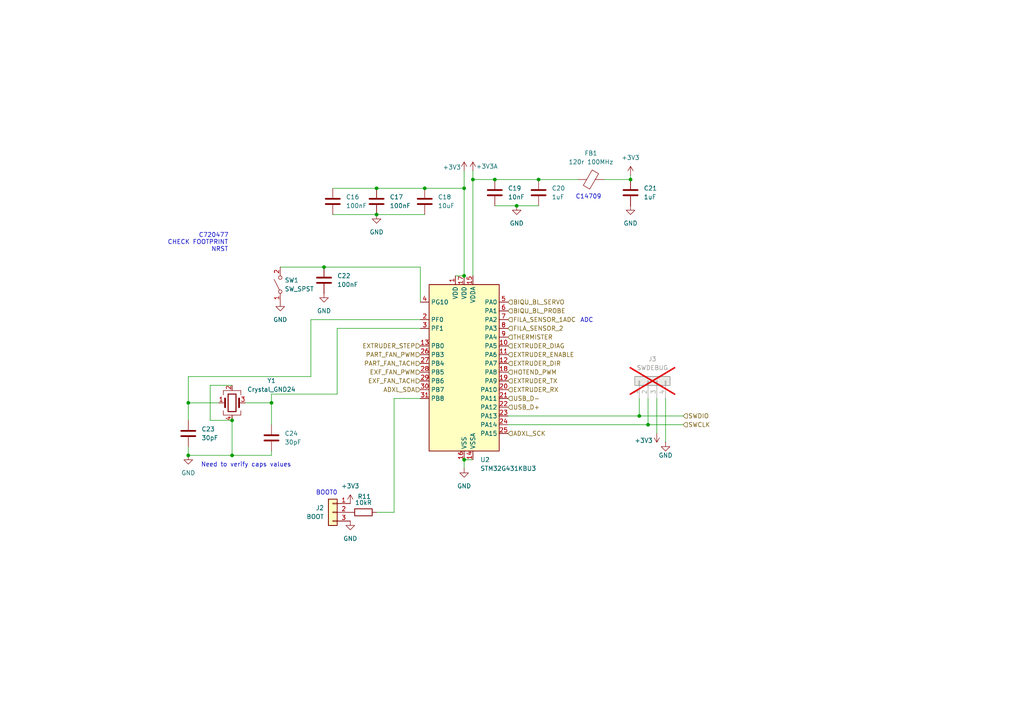
<source format=kicad_sch>
(kicad_sch (version 20250114) (generator "eeschema") (generator_version "9.0")
  (paper "A4")
  (lib_symbols
    (symbol "Connector_Generic:Conn_01x03" (pin_names (offset 1.016) (hide yes))
      (property "Reference" "J" (at 0 5.08 0))
      (property "Value" "Conn_01x03" (at 0 -5.08 0))
      (symbol "Conn_01x03_1_1"
        (rectangle (start -1.27 3.81) (end 1.27 -3.81) (stroke (width 0.254)) (fill (type background)))
        (rectangle (start -1.27 2.667) (end 0 2.413) (stroke (width 0.1524)))
        (rectangle (start -1.27 0.127) (end 0 -0.127) (stroke (width 0.1524)))
        (rectangle (start -1.27 -2.413) (end 0 -2.667) (stroke (width 0.1524)))
        (pin passive line (at -5.08 2.54 0) (length 3.81) (name "Pin_1") (number "1"))
        (pin passive line (at -5.08 0 0) (length 3.81) (name "Pin_2") (number "2"))
        (pin passive line (at -5.08 -2.54 0) (length 3.81) (name "Pin_3") (number "3"))
      )
    )
    (symbol "Connector_Generic:Conn_01x04" (pin_names (offset 1.016) (hide yes))
      (property "Reference" "J" (at 0 5.08 0))
      (property "Value" "Conn_01x04" (at 0 -7.62 0))
      (symbol "Conn_01x04_1_1"
        (rectangle (start -1.27 3.81) (end 1.27 -6.35) (stroke (width 0.254)) (fill (type background)))
        (rectangle (start -1.27 2.667) (end 0 2.413) (stroke (width 0.1524)))
        (rectangle (start -1.27 0.127) (end 0 -0.127) (stroke (width 0.1524)))
        (rectangle (start -1.27 -2.413) (end 0 -2.667) (stroke (width 0.1524)))
        (rectangle (start -1.27 -4.953) (end 0 -5.207) (stroke (width 0.1524)))
        (pin passive line (at -5.08 2.54 0) (length 3.81) (name "Pin_1") (number "1"))
        (pin passive line (at -5.08 0 0) (length 3.81) (name "Pin_2") (number "2"))
        (pin passive line (at -5.08 -2.54 0) (length 3.81) (name "Pin_3") (number "3"))
        (pin passive line (at -5.08 -5.08 0) (length 3.81) (name "Pin_4") (number "4"))
      )
    )
    (symbol "Device:C" (pin_numbers (hide yes)) (pin_names (offset 0.254))
      (property "Reference" "C" (at 0.635 2.54 0))
      (property "Value" "C" (at 0.635 -2.54 0))
      (symbol "C_0_1"
        (polyline (pts (xy -2.032 0.762) (xy 2.032 0.762)) (stroke (width 0.508)))
        (polyline (pts (xy -2.032 -0.762) (xy 2.032 -0.762)) (stroke (width 0.508)))
      )
      (symbol "C_1_1"
        (pin passive line (at 0 3.81 270) (length 2.794) (name "~") (number "1"))
        (pin passive line (at 0 -3.81 90) (length 2.794) (name "~") (number "2"))
      )
    )
    (symbol "Device:Crystal_GND24" (pin_names (offset 1.016) (hide yes))
      (property "Reference" "Y" (at 3.175 5.08 0))
      (property "Value" "Crystal_GND24" (at 3.175 3.175 0))
      (symbol "Crystal_GND24_0_1"
        (polyline (pts (xy -2.54 2.286) (xy -2.54 3.556) (xy 2.54 3.556) (xy 2.54 2.286)))
        (polyline (pts (xy -2.54 0) (xy -2.032 0)))
        (polyline (pts (xy -2.54 -2.286) (xy -2.54 -3.556) (xy 2.54 -3.556) (xy 2.54 -2.286)))
        (polyline (pts (xy -2.032 -1.27) (xy -2.032 1.27)) (stroke (width 0.508)))
        (rectangle (start -1.143 2.54) (end 1.143 -2.54) (stroke (width 0.3048)))
        (polyline (pts (xy 0 3.556) (xy 0 3.81)))
        (polyline (pts (xy 0 -3.81) (xy 0 -3.556)))
        (polyline (pts (xy 2.032 0) (xy 2.54 0)))
        (polyline (pts (xy 2.032 -1.27) (xy 2.032 1.27)) (stroke (width 0.508)))
      )
      (symbol "Crystal_GND24_1_1"
        (pin passive line (at -3.81 0 0) (length 1.27) (name "1") (number "1"))
        (pin passive line (at 0 5.08 270) (length 1.27) (name "2") (number "2"))
        (pin passive line (at 0 -5.08 90) (length 1.27) (name "4") (number "4"))
        (pin passive line (at 3.81 0 180) (length 1.27) (name "3") (number "3"))
      )
    )
    (symbol "Device:FerriteBead" (pin_numbers (hide yes)) (pin_names (offset 0))
      (property "Reference" "FB" (at -3.81 0.635 90))
      (property "Value" "FerriteBead" (at 3.81 0 90))
      (symbol "FerriteBead_0_1"
        (polyline (pts (xy -2.7686 0.4064) (xy -1.7018 2.2606) (xy 2.7686 -0.3048) (xy 1.6764 -2.159) (xy -2.7686 0.4064)))
        (polyline (pts (xy 0 1.27) (xy 0 1.2954)))
        (polyline (pts (xy 0 -1.27) (xy 0 -1.2192)))
      )
      (symbol "FerriteBead_1_1"
        (pin passive line (at 0 3.81 270) (length 2.54) (name "~") (number "1"))
        (pin passive line (at 0 -3.81 90) (length 2.54) (name "~") (number "2"))
      )
    )
    (symbol "Device:R" (pin_numbers (hide yes)) (pin_names (offset 0))
      (property "Reference" "R" (at 2.032 0 90))
      (property "Value" "R" (at 0 0 90))
      (symbol "R_0_1"
        (rectangle (start -1.016 -2.54) (end 1.016 2.54) (stroke (width 0.254)))
      )
      (symbol "R_1_1"
        (pin passive line (at 0 3.81 270) (length 1.27) (name "~") (number "1"))
        (pin passive line (at 0 -3.81 90) (length 1.27) (name "~") (number "2"))
      )
    )
    (symbol "MCU_ST_STM32G4:STM32G431KBUx"
      (property "Reference" "U" (at -10.16 26.67 0))
      (property "Value" "STM32G431KBUx" (at 5.08 26.67 0))
      (symbol "STM32G431KBUx_0_1"
        (rectangle (start -10.16 -22.86) (end 10.16 25.4) (stroke (width 0.254)) (fill (type background)))
      )
      (symbol "STM32G431KBUx_1_1"
        (pin bidirectional line (at -12.7 20.32 0) (length 2.54) (name "PG10") (number "4"))
        (pin bidirectional line (at -12.7 15.24 0) (length 2.54) (name "PF0") (number "2"))
        (pin bidirectional line (at -12.7 12.7 0) (length 2.54) (name "PF1") (number "3"))
        (pin bidirectional line (at -12.7 7.62 0) (length 2.54) (name "PB0") (number "13"))
        (pin bidirectional line (at -12.7 5.08 0) (length 2.54) (name "PB3") (number "26"))
        (pin bidirectional line (at -12.7 2.54 0) (length 2.54) (name "PB4") (number "27"))
        (pin bidirectional line (at -12.7 0 0) (length 2.54) (name "PB5") (number "28"))
        (pin bidirectional line (at -12.7 -2.54 0) (length 2.54) (name "PB6") (number "29"))
        (pin bidirectional line (at -12.7 -5.08 0) (length 2.54) (name "PB7") (number "30"))
        (pin bidirectional line (at -12.7 -7.62 0) (length 2.54) (name "PB8") (number "31"))
        (pin power_in line (at -2.54 27.94 270) (length 2.54) (name "VDD") (number "1"))
        (pin power_in line (at 0 27.94 270) (length 2.54) (name "VDD") (number "17"))
        (pin power_in line (at 0 -25.4 90) (length 2.54) (name "VSS") (number "16"))
        (pin passive line (at 0 -25.4 90) (length 2.54) (hide yes) (name "VSS") (number "32"))
        (pin passive line (at 0 -25.4 90) (length 2.54) (hide yes) (name "VSS") (number "33"))
        (pin power_in line (at 2.54 27.94 270) (length 2.54) (name "VDDA") (number "15"))
        (pin power_in line (at 2.54 -25.4 90) (length 2.54) (name "VSSA") (number "14"))
        (pin bidirectional line (at 12.7 20.32 180) (length 2.54) (name "PA0") (number "5"))
        (pin bidirectional line (at 12.7 17.78 180) (length 2.54) (name "PA1") (number "6"))
        (pin bidirectional line (at 12.7 15.24 180) (length 2.54) (name "PA2") (number "7"))
        (pin bidirectional line (at 12.7 12.7 180) (length 2.54) (name "PA3") (number "8"))
        (pin bidirectional line (at 12.7 10.16 180) (length 2.54) (name "PA4") (number "9"))
        (pin bidirectional line (at 12.7 7.62 180) (length 2.54) (name "PA5") (number "10"))
        (pin bidirectional line (at 12.7 5.08 180) (length 2.54) (name "PA6") (number "11"))
        (pin bidirectional line (at 12.7 2.54 180) (length 2.54) (name "PA7") (number "12"))
        (pin bidirectional line (at 12.7 0 180) (length 2.54) (name "PA8") (number "18"))
        (pin bidirectional line (at 12.7 -2.54 180) (length 2.54) (name "PA9") (number "19"))
        (pin bidirectional line (at 12.7 -5.08 180) (length 2.54) (name "PA10") (number "20"))
        (pin bidirectional line (at 12.7 -7.62 180) (length 2.54) (name "PA11") (number "21"))
        (pin bidirectional line (at 12.7 -10.16 180) (length 2.54) (name "PA12") (number "22"))
        (pin bidirectional line (at 12.7 -12.7 180) (length 2.54) (name "PA13") (number "23"))
        (pin bidirectional line (at 12.7 -15.24 180) (length 2.54) (name "PA14") (number "24"))
        (pin bidirectional line (at 12.7 -17.78 180) (length 2.54) (name "PA15") (number "25"))
      )
    )
    (symbol "Switch:SW_SPST" (pin_names (offset 0) (hide yes))
      (property "Reference" "SW" (at 0 3.175 0))
      (property "Value" "SW_SPST" (at 0 -2.54 0))
      (symbol "SW_SPST_0_0"
        (circle (center -2.032 0) (radius 0.508))
        (polyline (pts (xy -1.524 0.254) (xy 1.524 1.778)))
        (circle (center 2.032 0) (radius 0.508))
      )
      (symbol "SW_SPST_1_1"
        (pin passive line (at -5.08 0 0) (length 2.54) (name "A") (number "1"))
        (pin passive line (at 5.08 0 180) (length 2.54) (name "B") (number "2"))
      )
    )
    (symbol "power:+3V3" (power) (pin_numbers (hide yes)) (pin_names (offset 0) (hide yes))
      (property "Value" "+3V3" (at 0 3.556 0))
      (symbol "+3V3_0_1"
        (polyline (pts (xy -0.762 1.27) (xy 0 2.54)))
        (polyline (pts (xy 0 2.54) (xy 0.762 1.27)))
        (polyline (pts (xy 0 0) (xy 0 2.54)))
      )
      (symbol "+3V3_1_1"
        (pin power_in line (at 0 0 90) (length 0) (name "~") (number "1"))
      )
    )
    (symbol "power:GND" (power) (pin_numbers (hide yes)) (pin_names (offset 0) (hide yes))
      (property "Value" "GND" (at 0 -3.81 0))
      (symbol "GND_0_1"
        (polyline (pts (xy 0 0) (xy 0 -1.27) (xy 1.27 -1.27) (xy 0 -2.54) (xy -1.27 -1.27) (xy 0 -1.27)))
      )
      (symbol "GND_1_1"
        (pin power_in line (at 0 0 270) (length 0) (name "~") (number "1"))
      )
    )
  )
  (text "C720477" (at 61.976 68.326 0) (effects (font (size 1.27 1.27))))
  (text "C14709" (at 170.688 57.15 0) (effects (font (size 1.27 1.27))))
  (text "BOOT0" (at 94.742 143.002 0) (effects (font (size 1.27 1.27))))
  (text "NRST" (at 63.754 72.39 0) (effects (font (size 1.27 1.27))))
  (text "Need to verify caps values\n" (at 71.374 134.874 0) (effects (font (size 1.27 1.27))))
  (text "CHECK FOOTPRINT" (at 57.404 70.358 0) (effects (font (size 1.27 1.27))))
  (text "ADC" (at 170.18 92.964 0) (effects (font (size 1.27 1.27))))
  (junction (at 134.62 133.35))
  (junction (at 149.86 59.69))
  (junction (at 185.42 120.65))
  (junction (at 143.51 52.07))
  (junction (at 54.61 116.84))
  (junction (at 93.98 77.47))
  (junction (at 134.62 54.61))
  (junction (at 78.74 116.84))
  (junction (at 134.62 80.01))
  (junction (at 187.96 123.19))
  (junction (at 54.61 132.08))
  (junction (at 109.22 54.61))
  (junction (at 109.22 62.23))
  (junction (at 67.31 121.92))
  (junction (at 156.21 52.07))
  (junction (at 137.16 52.07))
  (junction (at 123.19 54.61))
  (junction (at 67.31 132.08))
  (junction (at 182.88 52.07))
  (wire (pts (xy 109.22 62.23) (xy 123.19 62.23)))
  (wire (pts (xy 134.62 54.61) (xy 134.62 80.01)))
  (wire (pts (xy 193.04 115.57) (xy 193.04 128.27)))
  (wire (pts (xy 137.16 52.07) (xy 143.51 52.07)))
  (wire (pts (xy 109.22 54.61) (xy 123.19 54.61)))
  (wire (pts (xy 185.42 115.57) (xy 185.42 120.65)))
  (wire (pts (xy 78.74 114.3) (xy 78.74 116.84)))
  (wire (pts (xy 137.16 52.07) (xy 137.16 80.01)))
  (wire (pts (xy 90.17 109.22) (xy 54.61 109.22)))
  (wire (pts (xy 114.3 115.57) (xy 114.3 148.59)))
  (wire (pts (xy 54.61 132.08) (xy 67.31 132.08)))
  (wire (pts (xy 54.61 121.92) (xy 54.61 116.84)))
  (wire (pts (xy 78.74 114.3) (xy 97.79 114.3)))
  (wire (pts (xy 143.51 52.07) (xy 156.21 52.07)))
  (wire (pts (xy 187.96 115.57) (xy 187.96 123.19)))
  (wire (pts (xy 97.79 114.3) (xy 97.79 95.25)))
  (wire (pts (xy 90.17 109.22) (xy 90.17 92.71)))
  (wire (pts (xy 54.61 109.22) (xy 54.61 116.84)))
  (wire (pts (xy 132.08 80.01) (xy 134.62 80.01)))
  (wire (pts (xy 54.61 129.54) (xy 54.61 132.08)))
  (wire (pts (xy 71.12 116.84) (xy 78.74 116.84)))
  (wire (pts (xy 134.62 133.35) (xy 134.62 135.89)))
  (wire (pts (xy 134.62 49.53) (xy 134.62 54.61)))
  (wire (pts (xy 60.96 111.76) (xy 60.96 121.92)))
  (wire (pts (xy 137.16 133.35) (xy 134.62 133.35)))
  (wire (pts (xy 149.86 59.69) (xy 156.21 59.69)))
  (wire (pts (xy 182.88 50.8) (xy 182.88 52.07)))
  (wire (pts (xy 67.31 132.08) (xy 78.74 132.08)))
  (wire (pts (xy 96.52 54.61) (xy 109.22 54.61)))
  (wire (pts (xy 78.74 123.19) (xy 78.74 116.84)))
  (wire (pts (xy 121.92 77.47) (xy 121.92 87.63)))
  (wire (pts (xy 185.42 120.65) (xy 147.32 120.65)))
  (wire (pts (xy 96.52 62.23) (xy 109.22 62.23)))
  (wire (pts (xy 54.61 116.84) (xy 63.5 116.84)))
  (wire (pts (xy 81.28 77.47) (xy 93.98 77.47)))
  (wire (pts (xy 90.17 92.71) (xy 121.92 92.71)))
  (wire (pts (xy 67.31 121.92) (xy 67.31 132.08)))
  (wire (pts (xy 198.12 123.19) (xy 187.96 123.19)))
  (wire (pts (xy 175.26 52.07) (xy 182.88 52.07)))
  (wire (pts (xy 123.19 54.61) (xy 134.62 54.61)))
  (wire (pts (xy 114.3 115.57) (xy 121.92 115.57)))
  (wire (pts (xy 78.74 132.08) (xy 78.74 130.81)))
  (wire (pts (xy 143.51 59.69) (xy 149.86 59.69)))
  (wire (pts (xy 190.5 115.57) (xy 190.5 125.73)))
  (wire (pts (xy 67.31 111.76) (xy 60.96 111.76)))
  (wire (pts (xy 137.16 49.53) (xy 137.16 52.07)))
  (wire (pts (xy 97.79 95.25) (xy 121.92 95.25)))
  (wire (pts (xy 114.3 148.59) (xy 109.22 148.59)))
  (wire (pts (xy 60.96 121.92) (xy 67.31 121.92)))
  (wire (pts (xy 187.96 123.19) (xy 147.32 123.19)))
  (wire (pts (xy 198.12 120.65) (xy 185.42 120.65)))
  (wire (pts (xy 93.98 77.47) (xy 121.92 77.47)))
  (wire (pts (xy 156.21 52.07) (xy 167.64 52.07)))
  (hierarchical_label "EXTRUDER_STEP" (shape input) (at 121.92 100.33 180))
  (hierarchical_label "ADXL_SDA" (shape input) (at 121.92 113.03 180))
  (hierarchical_label "EXF_FAN_PWM" (shape input) (at 121.92 107.95 180))
  (hierarchical_label "USB_D+" (shape input) (at 147.32 118.11 0))
  (hierarchical_label "EXTRUDER_DIR" (shape input) (at 147.32 105.41 0))
  (hierarchical_label "USB_D-" (shape input) (at 147.32 115.57 0))
  (hierarchical_label "EXF_FAN_TACH" (shape input) (at 121.92 110.49 180))
  (hierarchical_label "EXTRUDER_RX" (shape input) (at 147.32 113.03 0))
  (hierarchical_label "BIQU_BL_SERVO" (shape input) (at 147.32 87.63 0))
  (hierarchical_label "FILA_SENSOR_2" (shape input) (at 147.32 95.25 0))
  (hierarchical_label "BIQU_BL_PROBE" (shape input) (at 147.32 90.17 0))
  (hierarchical_label "EXTRUDER_ENABLE" (shape input) (at 147.32 102.87 0))
  (hierarchical_label "PART_FAN_PWM" (shape input) (at 121.92 102.87 180))
  (hierarchical_label "EXTRUDER_DIAG" (shape input) (at 147.32 100.33 0))
  (hierarchical_label "THERMISTER" (shape input) (at 147.32 97.79 0))
  (hierarchical_label "EXTRUDER_TX" (shape input) (at 147.32 110.49 0))
  (hierarchical_label "SWCLK" (shape input) (at 198.12 123.19 0))
  (hierarchical_label "FILA_SENSOR_1ADC" (shape input) (at 147.32 92.71 0))
  (hierarchical_label "HOTEND_PWM" (shape input) (at 147.32 107.95 0))
  (hierarchical_label "SWDIO" (shape input) (at 198.12 120.65 0))
  (hierarchical_label "PART_FAN_TACH" (shape input) (at 121.92 105.41 180))
  (hierarchical_label "ADXL_SCK" (shape input) (at 147.32 125.73 0))
  (symbol (lib_id "Connector_Generic:Conn_01x04") (at 187.96 110.49 90) (unit 1) (in_bom no) (on_board no) (dnp yes)
    (property "Reference" "J3" (at 189.23 104.14 90))
    (property "Value" "SWDEBUG" (at 189.23 106.68 90))
    (property "Footprint" "Connector_PinHeader_2.54mm:PinHeader_1x04_P2.54mm_Vertical" (effects (hide yes)))
    (property "Description" "Generic connector, single row, 01x04, script generated (kicad-library-utils/schlib/autogen/connector/)" (effects (hide yes)))
  )
  (symbol (lib_id "Device:C") (at 123.19 58.42 0) (unit 1)
    (property "Reference" "C18" (at 127 57.1499 0) (effects (justify left)))
    (property "Value" "10uF" (at 127 59.6899 0) (effects (justify left)))
    (property "Footprint" "Capacitor_SMD:C_0603_1608Metric" (effects (hide yes)))
    (property "Description" "Unpolarized capacitor" (effects (hide yes)))
  )
  (symbol (lib_id "Device:C") (at 182.88 55.88 0) (unit 1)
    (property "Reference" "C21" (at 186.69 54.6099 0) (effects (justify left)))
    (property "Value" "1uF" (at 186.69 57.1499 0) (effects (justify left)))
    (property "Footprint" "Capacitor_SMD:C_0201_0603Metric" (effects (hide yes)))
    (property "Description" "Unpolarized capacitor" (effects (hide yes)))
  )
  (symbol (lib_id "power:+3V3") (at 182.88 50.8 0) (unit 1)
    (property "Reference" "#PWR021" (effects (hide yes)))
    (property "Value" "+3V3" (at 182.88 45.72 0))
    (property "Description" "Power symbol creates a global label with name \"+3V3\"" (effects (hide yes)))
  )
  (symbol (lib_id "Device:C") (at 54.61 125.73 0) (unit 1)
    (property "Reference" "C23" (at 58.42 124.4599 0) (effects (justify left)))
    (property "Value" "30pF" (at 58.42 126.9999 0) (effects (justify left)))
    (property "Footprint" "Capacitor_SMD:C_0402_1005Metric" (effects (hide yes)))
    (property "Description" "Unpolarized capacitor" (effects (hide yes)))
  )
  (symbol (lib_id "Switch:SW_SPST") (at 81.28 82.55 90) (unit 1)
    (property "Reference" "SW1" (at 82.55 81.2799 90) (effects (justify right)))
    (property "Value" "SW_SPST" (at 82.55 83.8199 90) (effects (justify right)))
    (property "Footprint" "Connector_PinHeader_2.54mm:PinHeader_1x02_P2.54mm_Vertical" (effects (hide yes)))
    (property "Description" "Single Pole Single Throw (SPST) switch" (effects (hide yes)))
  )
  (symbol (lib_id "Device:C") (at 93.98 81.28 0) (unit 1)
    (property "Reference" "C22" (at 97.79 80.0099 0) (effects (justify left)))
    (property "Value" "100nF" (at 97.79 82.5499 0) (effects (justify left)))
    (property "Footprint" "Capacitor_SMD:C_0402_1005Metric" (effects (hide yes)))
    (property "Description" "Unpolarized capacitor" (effects (hide yes)))
  )
  (symbol (lib_id "power:GND") (at 134.62 135.89 0) (unit 1)
    (property "Reference" "#PWR060" (effects (hide yes)))
    (property "Value" "GND" (at 134.62 140.97 0))
    (property "Description" "Power symbol creates a global label with name \"GND\" , ground" (effects (hide yes)))
  )
  (symbol (lib_id "Device:C") (at 96.52 58.42 0) (unit 1)
    (property "Reference" "C16" (at 100.33 57.1499 0) (effects (justify left)))
    (property "Value" "100nF" (at 100.33 59.6899 0) (effects (justify left)))
    (property "Footprint" "Capacitor_SMD:C_0402_1005Metric" (effects (hide yes)))
    (property "Description" "Unpolarized capacitor" (effects (hide yes)))
  )
  (symbol (lib_id "power:+3V3") (at 137.16 49.53 0) (unit 1)
    (property "Reference" "#PWR019" (effects (hide yes)))
    (property "Value" "+3V3A" (at 141.224 48.26 0))
    (property "Description" "Power symbol creates a global label with name \"+3V3\"" (effects (hide yes)))
  )
  (symbol (lib_id "power:+3V3") (at 101.6 146.05 0) (unit 1)
    (property "Reference" "#PWR016" (effects (hide yes)))
    (property "Value" "+3V3" (at 101.6 140.97 0))
    (property "Description" "Power symbol creates a global label with name \"+3V3\"" (effects (hide yes)))
  )
  (symbol (lib_id "Device:C") (at 143.51 55.88 0) (unit 1)
    (property "Reference" "C19" (at 147.32 54.61 0) (effects (justify left)))
    (property "Value" "10nF" (at 147.32 57.1499 0) (effects (justify left)))
    (property "Footprint" "Capacitor_SMD:C_0402_1005Metric" (effects (hide yes)))
    (property "Description" "Unpolarized capacitor" (effects (hide yes)))
  )
  (symbol (lib_id "power:GND") (at 54.61 132.08 0) (unit 1)
    (property "Reference" "#PWR013" (effects (hide yes)))
    (property "Value" "GND" (at 54.61 137.16 0))
    (property "Description" "Power symbol creates a global label with name \"GND\" , ground" (effects (hide yes)))
  )
  (symbol (lib_id "power:GND") (at 101.6 151.13 0) (unit 1)
    (property "Reference" "#PWR017" (effects (hide yes)))
    (property "Value" "GND" (at 101.6 156.21 0))
    (property "Description" "Power symbol creates a global label with name \"GND\" , ground" (effects (hide yes)))
  )
  (symbol (lib_id "power:GND") (at 193.04 128.27 0) (unit 1)
    (property "Reference" "#PWR057" (effects (hide yes)))
    (property "Value" "GND" (at 193.04 132.08 0))
    (property "Description" "Power symbol creates a global label with name \"GND\" , ground" (effects (hide yes)))
  )
  (symbol (lib_id "power:GND") (at 81.28 87.63 0) (unit 1)
    (property "Reference" "#PWR014" (effects (hide yes)))
    (property "Value" "GND" (at 81.28 92.71 0))
    (property "Description" "Power symbol creates a global label with name \"GND\" , ground" (effects (hide yes)))
  )
  (symbol (lib_id "Device:C") (at 109.22 58.42 0) (unit 1)
    (property "Reference" "C17" (at 113.03 57.1499 0) (effects (justify left)))
    (property "Value" "100nF" (at 113.03 59.6899 0) (effects (justify left)))
    (property "Footprint" "Capacitor_SMD:C_0402_1005Metric" (effects (hide yes)))
    (property "Description" "Unpolarized capacitor" (effects (hide yes)))
  )
  (symbol (lib_id "power:+3V3") (at 190.5 125.73 180) (unit 1)
    (property "Reference" "#PWR056" (effects (hide yes)))
    (property "Value" "+3V3" (at 186.69 127.762 0))
    (property "Description" "Power symbol creates a global label with name \"+3V3\"" (effects (hide yes)))
  )
  (symbol (lib_id "Device:R") (at 105.41 148.59 90) (unit 1)
    (property "Reference" "R11" (at 105.664 144.018 90))
    (property "Value" "10kR" (at 105.41 145.796 90))
    (property "Footprint" "Resistor_SMD:R_0402_1005Metric" (effects (hide yes)))
    (property "Description" "Resistor" (effects (hide yes)))
  )
  (symbol (lib_id "power:GND") (at 182.88 59.69 0) (unit 1)
    (property "Reference" "#PWR022" (effects (hide yes)))
    (property "Value" "GND" (at 182.88 64.77 0))
    (property "Description" "Power symbol creates a global label with name \"GND\" , ground" (effects (hide yes)))
  )
  (symbol (lib_id "Device:FerriteBead") (at 171.45 52.07 90) (unit 1)
    (property "Reference" "FB1" (at 171.3992 44.45 90))
    (property "Value" "120r 100MHz" (at 171.3992 46.99 90))
    (property "Footprint" "Capacitor_SMD:C_0603_1608Metric" (effects (hide yes)))
    (property "Description" "Ferrite bead" (effects (hide yes)))
  )
  (symbol (lib_id "Device:Crystal_GND24") (at 67.31 116.84 0) (unit 1)
    (property "Reference" "Y1" (at 78.74 110.4198 0))
    (property "Value" "Crystal_GND24" (at 78.74 112.9598 0))
    (property "Footprint" "Crystal:Crystal_SMD_3225-4Pin_3.2x2.5mm" (effects (hide yes)))
    (property "Description" "Four pin crystal, GND on pins 2 and 4" (effects (hide yes)))
  )
  (symbol (lib_id "Connector_Generic:Conn_01x03") (at 96.52 148.59 0) (mirror y) (unit 1)
    (property "Reference" "J2" (at 93.98 147.3199 0) (effects (justify left)))
    (property "Value" "BOOT" (at 93.98 149.8599 0) (effects (justify left)))
    (property "Footprint" "Connector_PinHeader_2.54mm:PinHeader_1x03_P2.54mm_Vertical" (effects (hide yes)))
    (property "Description" "Generic connector, single row, 01x03, script generated (kicad-library-utils/schlib/autogen/connector/)" (effects (hide yes)))
  )
  (symbol (lib_id "power:+3V3") (at 134.62 49.53 0) (unit 1)
    (property "Reference" "#PWR018" (effects (hide yes)))
    (property "Value" "+3V3" (at 131.064 48.514 0))
    (property "Description" "Power symbol creates a global label with name \"+3V3\"" (effects (hide yes)))
  )
  (symbol (lib_id "power:GND") (at 149.86 59.69 0) (unit 1)
    (property "Reference" "#PWR020" (effects (hide yes)))
    (property "Value" "GND" (at 149.86 64.77 0))
    (property "Description" "Power symbol creates a global label with name \"GND\" , ground" (effects (hide yes)))
  )
  (symbol (lib_id "power:GND") (at 109.22 62.23 0) (unit 1)
    (property "Reference" "#PWR058" (effects (hide yes)))
    (property "Value" "GND" (at 109.22 67.31 0))
    (property "Description" "Power symbol creates a global label with name \"GND\" , ground" (effects (hide yes)))
  )
  (symbol (lib_id "MCU_ST_STM32G4:STM32G431KBUx") (at 134.62 107.95 0) (unit 1)
    (property "Reference" "U2" (at 139.3033 133.35 0) (effects (justify left)))
    (property "Value" "STM32G431KBU3" (at 139.3033 135.89 0) (effects (justify left)))
    (property "Footprint" "Package_DFN_QFN:QFN-32-1EP_5x5mm_P0.5mm_EP3.45x3.45mm" (effects (hide yes)))
    (property "Datasheet" "https://www.st.com/resource/en/datasheet/stm32g431kb.pdf" (effects (hide yes)))
    (property "Description" "STMicroelectronics Arm Cortex-M4 MCU, 128KB flash, 32KB RAM, 170 MHz, 1.71-3.6V, 26 GPIO, UFQFPN32" (effects (hide yes)))
  )
  (symbol (lib_id "Device:C") (at 78.74 127 0) (unit 1)
    (property "Reference" "C24" (at 82.55 125.7299 0) (effects (justify left)))
    (property "Value" "30pF" (at 82.55 128.2699 0) (effects (justify left)))
    (property "Footprint" "Capacitor_SMD:C_0402_1005Metric" (effects (hide yes)))
    (property "Description" "Unpolarized capacitor" (effects (hide yes)))
  )
  (symbol (lib_id "power:GND") (at 93.98 85.09 0) (unit 1)
    (property "Reference" "#PWR015" (effects (hide yes)))
    (property "Value" "GND" (at 93.98 90.17 0))
    (property "Description" "Power symbol creates a global label with name \"GND\" , ground" (effects (hide yes)))
  )
  (symbol (lib_id "Device:C") (at 156.21 55.88 0) (unit 1)
    (property "Reference" "C20" (at 160.02 54.6099 0) (effects (justify left)))
    (property "Value" "1uF" (at 160.02 57.1499 0) (effects (justify left)))
    (property "Footprint" "Capacitor_SMD:C_0201_0603Metric" (effects (hide yes)))
    (property "Description" "Unpolarized capacitor" (effects (hide yes)))
  )
)
</source>
